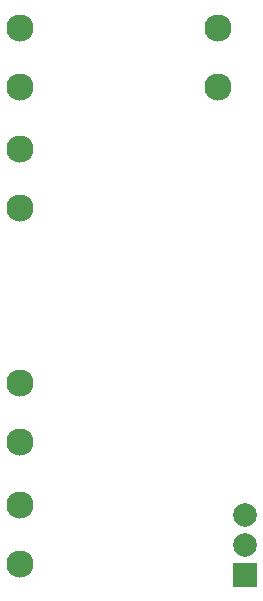
<source format=gbl>
G04 Layer: BottomLayer*
G04 EasyEDA Pro v2.2.27.1, 2024-09-10 16:22:17*
G04 Gerber Generator version 0.3*
G04 Scale: 100 percent, Rotated: No, Reflected: No*
G04 Dimensions in millimeters*
G04 Leading zeros omitted, absolute positions, 3 integers and 5 decimals*
%FSLAX35Y35*%
%MOMM*%
%ADD10C,2.3*%
%ADD11R,2.0X2.0*%
%ADD12C,2.0*%
G75*


G04 Pad Start*
G54D10*
G01X2044700Y8728901D03*
G01X2044700Y9228900D03*
G01X368300Y5190300D03*
G01X368300Y4690301D03*
G01X368300Y6219000D03*
G01X368300Y5719001D03*
G01X368300Y8200200D03*
G01X368300Y7700201D03*
G01X368300Y9228900D03*
G01X368300Y8728901D03*
G54D11*
G01X2273300Y4597400D03*
G54D12*
G01X2273300Y4851400D03*
G01X2273300Y5105400D03*
G04 Pad End*

M02*


</source>
